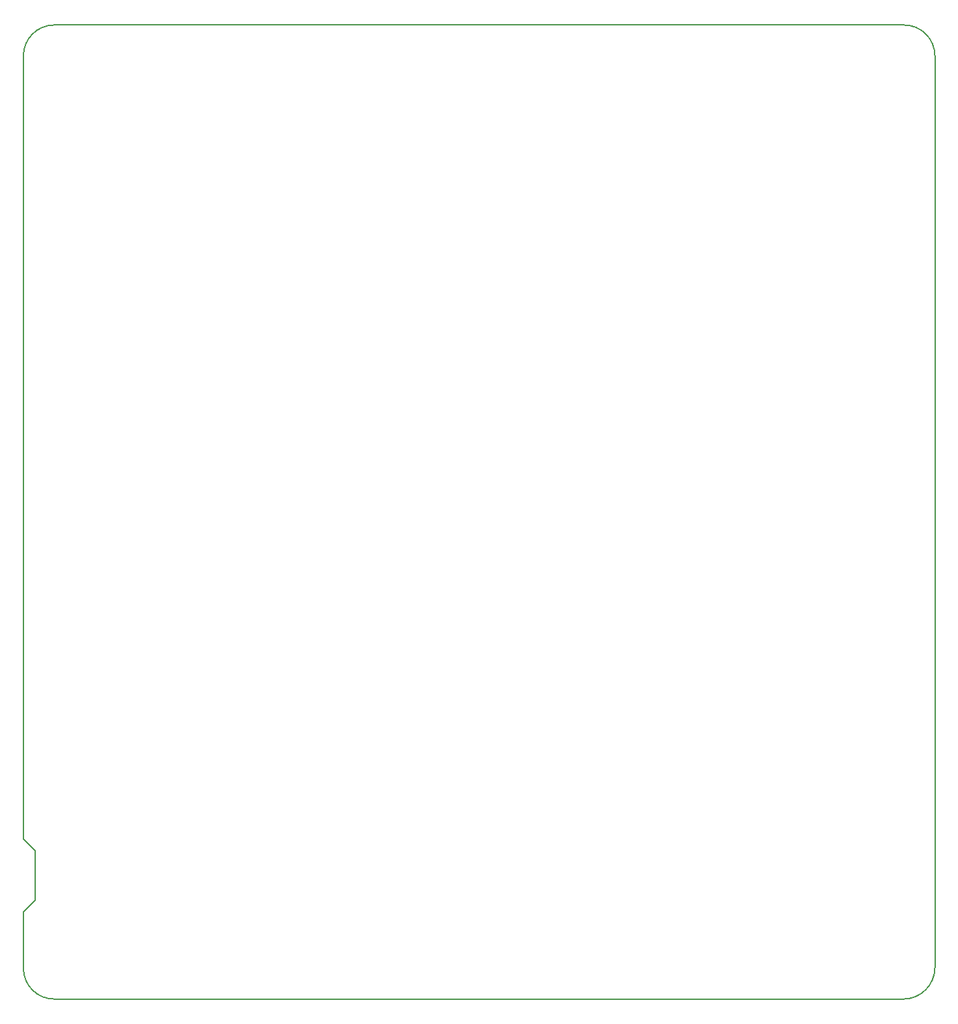
<source format=gbr>
%TF.GenerationSoftware,KiCad,Pcbnew,(5.1.0)-1*%
%TF.CreationDate,2019-04-14T15:35:55+02:00*%
%TF.ProjectId,PIC18F4550 dev board,50494331-3846-4343-9535-302064657620,rev?*%
%TF.SameCoordinates,Original*%
%TF.FileFunction,Profile,NP*%
%FSLAX46Y46*%
G04 Gerber Fmt 4.6, Leading zero omitted, Abs format (unit mm)*
G04 Created by KiCad (PCBNEW (5.1.0)-1) date 2019-04-14 15:35:55*
%MOMM*%
%LPD*%
G04 APERTURE LIST*
%ADD10C,0.150000*%
G04 APERTURE END LIST*
D10*
X21500000Y-177200000D02*
X20000000Y-178700000D01*
X20000000Y-169200000D02*
X21500000Y-170700000D01*
X21500000Y-177200000D02*
X21500000Y-170700000D01*
X134400000Y-190000000D02*
X24099969Y-189998751D01*
X138500000Y-67400000D02*
X138500000Y-185900000D01*
X134500000Y-63400000D02*
X24000000Y-63400000D01*
X138500000Y-185900000D02*
G75*
G02X134400000Y-190000000I-4100000J0D01*
G01*
X134500000Y-63400000D02*
G75*
G02X138500000Y-67400000I0J-4000000D01*
G01*
X20000000Y-178700000D02*
X20000000Y-186000000D01*
X20000000Y-67400000D02*
X20000000Y-169200000D01*
X20000000Y-67400000D02*
G75*
G02X24000000Y-63400000I4000000J0D01*
G01*
X24099969Y-189998751D02*
G75*
G02X20000000Y-186000000I-99969J3998751D01*
G01*
M02*

</source>
